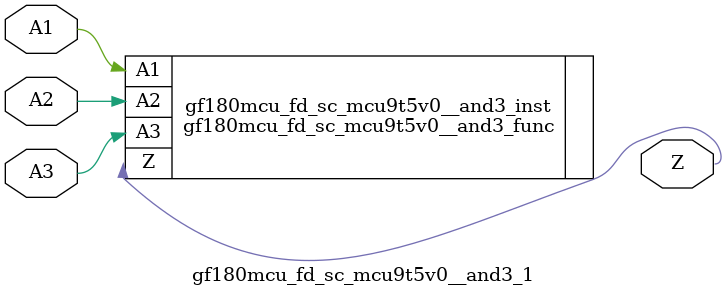
<source format=v>

`ifndef GF180MCU_FD_SC_MCU9T5V0__AND3_1_V
`define GF180MCU_FD_SC_MCU9T5V0__AND3_1_V

`include "gf180mcu_fd_sc_mcu9t5v0__and3.v"

`ifdef USE_POWER_PINS
module gf180mcu_fd_sc_mcu9t5v0__and3_1( A1, A3, A2, Z, VDD, VSS );
inout VDD, VSS;
`else // If not USE_POWER_PINS
module gf180mcu_fd_sc_mcu9t5v0__and3_1( A1, A3, A2, Z );
`endif // If not USE_POWER_PINS
input A1, A2, A3;
output Z;

`ifdef USE_POWER_PINS
  gf180mcu_fd_sc_mcu9t5v0__and3_func gf180mcu_fd_sc_mcu9t5v0__and3_inst(.A1(A1),.A3(A3),.A2(A2),.Z(Z),.VDD(VDD),.VSS(VSS));
`else // If not USE_POWER_PINS
  gf180mcu_fd_sc_mcu9t5v0__and3_func gf180mcu_fd_sc_mcu9t5v0__and3_inst(.A1(A1),.A3(A3),.A2(A2),.Z(Z));
`endif // If not USE_POWER_PINS

`ifndef FUNCTIONAL
	// spec_gates_begin


	// spec_gates_end



   specify

	// specify_block_begin

	// comb arc A1 --> Z
	 (A1 => Z) = (1.0,1.0);

	// comb arc A2 --> Z
	 (A2 => Z) = (1.0,1.0);

	// comb arc A3 --> Z
	 (A3 => Z) = (1.0,1.0);

	// specify_block_end

   endspecify

   `endif

endmodule
`endif // GF180MCU_FD_SC_MCU9T5V0__AND3_1_V

</source>
